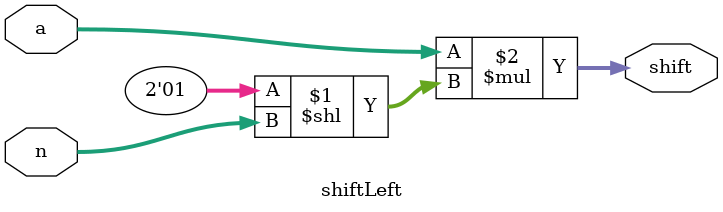
<source format=sv>
module shiftLeft #(parameter N = 8)
						(input logic [N-1:0]a,
						input logic  [N-1:0]n,
						output logic [N-1:0]shift);
								
		 assign shift = a*((2'b10)**n);
								

endmodule 
</source>
